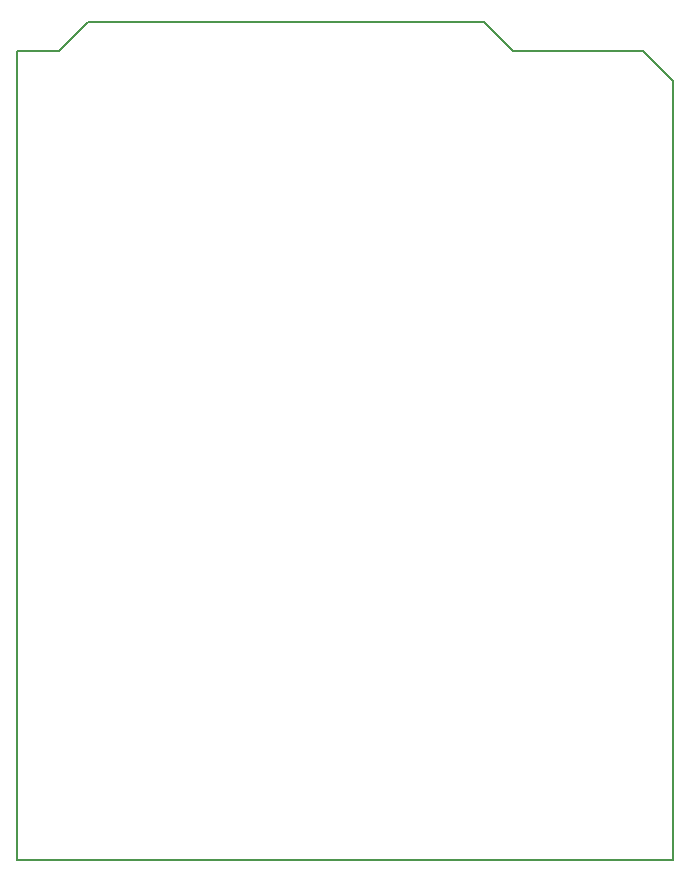
<source format=gbr>
G04 (created by PCBNEW (2013-jul-07)-stable) date Thu 19 Feb 2015 10:19:30 CET*
%MOIN*%
G04 Gerber Fmt 3.4, Leading zero omitted, Abs format*
%FSLAX34Y34*%
G01*
G70*
G90*
G04 APERTURE LIST*
%ADD10C,0.00590551*%
G04 APERTURE END LIST*
G54D10*
X81578Y-23647D02*
X81578Y-23844D01*
X80594Y-22663D02*
X81578Y-23647D01*
X76263Y-22663D02*
X80594Y-22663D01*
X75279Y-21679D02*
X76263Y-22663D01*
X62090Y-21679D02*
X75279Y-21679D01*
X61106Y-22663D02*
X62090Y-21679D01*
X59728Y-22663D02*
X61106Y-22663D01*
X59728Y-49631D02*
X59728Y-22663D01*
X81578Y-49631D02*
X59728Y-49631D01*
X81578Y-23844D02*
X81578Y-49631D01*
M02*

</source>
